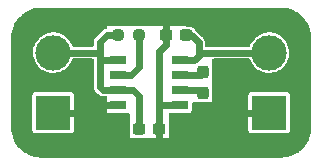
<source format=gbr>
%TF.GenerationSoftware,KiCad,Pcbnew,(6.0.7)*%
%TF.CreationDate,2023-03-26T16:07:27+02:00*%
%TF.ProjectId,MAX682 Test,4d415836-3832-4205-9465-73742e6b6963,rev?*%
%TF.SameCoordinates,PX46bb6c0PY6638f20*%
%TF.FileFunction,Copper,L1,Top*%
%TF.FilePolarity,Positive*%
%FSLAX46Y46*%
G04 Gerber Fmt 4.6, Leading zero omitted, Abs format (unit mm)*
G04 Created by KiCad (PCBNEW (6.0.7)) date 2023-03-26 16:07:27*
%MOMM*%
%LPD*%
G01*
G04 APERTURE LIST*
G04 Aperture macros list*
%AMRoundRect*
0 Rectangle with rounded corners*
0 $1 Rounding radius*
0 $2 $3 $4 $5 $6 $7 $8 $9 X,Y pos of 4 corners*
0 Add a 4 corners polygon primitive as box body*
4,1,4,$2,$3,$4,$5,$6,$7,$8,$9,$2,$3,0*
0 Add four circle primitives for the rounded corners*
1,1,$1+$1,$2,$3*
1,1,$1+$1,$4,$5*
1,1,$1+$1,$6,$7*
1,1,$1+$1,$8,$9*
0 Add four rect primitives between the rounded corners*
20,1,$1+$1,$2,$3,$4,$5,0*
20,1,$1+$1,$4,$5,$6,$7,0*
20,1,$1+$1,$6,$7,$8,$9,0*
20,1,$1+$1,$8,$9,$2,$3,0*%
G04 Aperture macros list end*
%TA.AperFunction,ComponentPad*%
%ADD10R,3.000000X3.000000*%
%TD*%
%TA.AperFunction,ComponentPad*%
%ADD11C,3.000000*%
%TD*%
%TA.AperFunction,SMDPad,CuDef*%
%ADD12RoundRect,0.237500X0.300000X0.237500X-0.300000X0.237500X-0.300000X-0.237500X0.300000X-0.237500X0*%
%TD*%
%TA.AperFunction,SMDPad,CuDef*%
%ADD13RoundRect,0.237500X-0.250000X-0.237500X0.250000X-0.237500X0.250000X0.237500X-0.250000X0.237500X0*%
%TD*%
%TA.AperFunction,SMDPad,CuDef*%
%ADD14R,1.450000X0.800000*%
%TD*%
%TA.AperFunction,SMDPad,CuDef*%
%ADD15RoundRect,0.237500X0.237500X-0.300000X0.237500X0.300000X-0.237500X0.300000X-0.237500X-0.300000X0*%
%TD*%
%TA.AperFunction,Conductor*%
%ADD16C,0.600000*%
%TD*%
G04 APERTURE END LIST*
D10*
%TO.P,J2,1,Pin_1*%
%TO.N,GND*%
X21844000Y10160000D03*
D11*
%TO.P,J2,2,Pin_2*%
%TO.N,+5V*%
X21844000Y15240000D03*
%TD*%
D12*
%TO.P,C5,1*%
%TO.N,GND*%
X12546500Y8763000D03*
%TO.P,C5,2*%
%TO.N,+3V3*%
X10821500Y8763000D03*
%TD*%
D13*
%TO.P,R1,1*%
%TO.N,+3V3*%
X9009000Y16764000D03*
%TO.P,R1,2*%
%TO.N,Net-(R1-Pad2)*%
X10834000Y16764000D03*
%TD*%
D14*
%TO.P,U2,1,SKIP*%
%TO.N,+3V3*%
X9059000Y14605000D03*
%TO.P,U2,2,SHDN*%
%TO.N,Net-(R1-Pad2)*%
X9059000Y13335000D03*
%TO.P,U2,3,IN*%
%TO.N,+3V3*%
X9059000Y12065000D03*
%TO.P,U2,4,GND*%
%TO.N,GND*%
X9059000Y10795000D03*
%TO.P,U2,5,PGND*%
X14309000Y10795000D03*
%TO.P,U2,6,CXN*%
%TO.N,Net-(C6-Pad1)*%
X14309000Y12065000D03*
%TO.P,U2,7,CXP*%
%TO.N,Net-(C6-Pad2)*%
X14309000Y13335000D03*
%TO.P,U2,8,OUT*%
%TO.N,+5V*%
X14309000Y14605000D03*
%TD*%
D15*
%TO.P,C6,1*%
%TO.N,Net-(C6-Pad1)*%
X16256000Y11837500D03*
%TO.P,C6,2*%
%TO.N,Net-(C6-Pad2)*%
X16256000Y13562500D03*
%TD*%
D11*
%TO.P,J1,1,Pin_1*%
%TO.N,+3V3*%
X3556000Y15240000D03*
D10*
%TO.P,J1,2,Pin_2*%
%TO.N,GND*%
X3556000Y10160000D03*
%TD*%
D12*
%TO.P,C7,1*%
%TO.N,+5V*%
X14832500Y16764000D03*
%TO.P,C7,2*%
%TO.N,GND*%
X13107500Y16764000D03*
%TD*%
D16*
%TO.N,GND*%
X14309000Y10795000D02*
X12546500Y10795000D01*
X12546500Y15340500D02*
X12546500Y10006500D01*
X13107500Y15901500D02*
X12546500Y15340500D01*
X13107500Y16764000D02*
X13107500Y15901500D01*
X13107500Y16764000D02*
X13107500Y18081500D01*
%TO.N,+5V*%
X15875000Y16129000D02*
X15875000Y14986000D01*
X15240000Y16764000D02*
X15875000Y16129000D01*
X15875000Y14986000D02*
X15494000Y14605000D01*
X15494000Y14605000D02*
X14309000Y14605000D01*
X14832500Y16764000D02*
X15240000Y16764000D01*
%TO.N,Net-(R1-Pad2)*%
X10834000Y14009000D02*
X10834000Y16764000D01*
X10160000Y13335000D02*
X10834000Y14009000D01*
X9059000Y13335000D02*
X10160000Y13335000D01*
%TO.N,GND*%
X12546500Y8763000D02*
X12546500Y10006500D01*
X12546500Y8763000D02*
X12546500Y7773500D01*
X12546500Y7773500D02*
X12700000Y7620000D01*
X12700000Y7620000D02*
X16510000Y7620000D01*
X8890000Y7620000D02*
X12700000Y7620000D01*
X16510000Y7620000D02*
X19050000Y10160000D01*
X19050000Y10160000D02*
X21844000Y10160000D01*
X6350000Y10160000D02*
X8890000Y7620000D01*
X6985000Y10795000D02*
X9059000Y10795000D01*
X6350000Y10160000D02*
X6985000Y10795000D01*
X3556000Y10160000D02*
X6350000Y10160000D01*
%TO.N,+5V*%
X21844000Y15240000D02*
X15875000Y15240000D01*
%TO.N,+3V3*%
X8128000Y16764000D02*
X7493000Y16129000D01*
X7747000Y12065000D02*
X7493000Y12319000D01*
X9059000Y12065000D02*
X7747000Y12065000D01*
X10821500Y11530500D02*
X10821500Y8763000D01*
X3556000Y15240000D02*
X7493000Y15240000D01*
X9009000Y16764000D02*
X8128000Y16764000D01*
X10287000Y12065000D02*
X10821500Y11530500D01*
X9059000Y12065000D02*
X10287000Y12065000D01*
X7493000Y12319000D02*
X7493000Y14605000D01*
X7493000Y16129000D02*
X7493000Y14605000D01*
X9059000Y14605000D02*
X7493000Y14605000D01*
%TO.N,Net-(C6-Pad1)*%
X16036250Y12065000D02*
X16263750Y11837500D01*
X14309000Y12065000D02*
X16036250Y12065000D01*
%TO.N,Net-(C6-Pad2)*%
X14309000Y13335000D02*
X16036250Y13335000D01*
X16036250Y13335000D02*
X16263750Y13562500D01*
%TD*%
%TA.AperFunction,Conductor*%
%TO.N,GND*%
G36*
X22863522Y19048802D02*
G01*
X23090890Y19036033D01*
X23091433Y19036001D01*
X23139589Y19033088D01*
X23153086Y19031538D01*
X23327450Y19001913D01*
X23329058Y19001629D01*
X23431144Y18982920D01*
X23443312Y18980060D01*
X23602787Y18934117D01*
X23605376Y18933341D01*
X23663134Y18915343D01*
X23714786Y18899247D01*
X23725518Y18895361D01*
X23821765Y18855494D01*
X23874739Y18833552D01*
X23878219Y18832048D01*
X23986664Y18783241D01*
X23995894Y18778624D01*
X24135316Y18701568D01*
X24139501Y18699147D01*
X24243120Y18636508D01*
X24250824Y18631455D01*
X24379778Y18539956D01*
X24384557Y18536393D01*
X24480647Y18461111D01*
X24486877Y18455896D01*
X24604395Y18350875D01*
X24609530Y18346019D01*
X24696019Y18259530D01*
X24700875Y18254395D01*
X24805896Y18136877D01*
X24811111Y18130647D01*
X24886393Y18034557D01*
X24889956Y18029778D01*
X24981455Y17900824D01*
X24986508Y17893120D01*
X25049147Y17789501D01*
X25051578Y17785298D01*
X25128620Y17645901D01*
X25133241Y17636664D01*
X25182048Y17528219D01*
X25183558Y17524725D01*
X25245361Y17375518D01*
X25249247Y17364786D01*
X25283336Y17255392D01*
X25284117Y17252787D01*
X25330060Y17093312D01*
X25332920Y17081144D01*
X25351629Y16979058D01*
X25351913Y16977450D01*
X25381538Y16803086D01*
X25383088Y16789589D01*
X25386001Y16741433D01*
X25386033Y16740890D01*
X25398802Y16513522D01*
X25399000Y16506457D01*
X25399000Y8893543D01*
X25398802Y8886478D01*
X25386033Y8659110D01*
X25386001Y8658567D01*
X25383088Y8610411D01*
X25381538Y8596914D01*
X25351913Y8422550D01*
X25351629Y8420942D01*
X25332920Y8318856D01*
X25330060Y8306688D01*
X25284117Y8147213D01*
X25283336Y8144608D01*
X25249247Y8035214D01*
X25245361Y8024482D01*
X25183558Y7875275D01*
X25182048Y7871781D01*
X25133241Y7763336D01*
X25128620Y7754099D01*
X25051578Y7614702D01*
X25049147Y7610499D01*
X24986508Y7506880D01*
X24981455Y7499176D01*
X24889956Y7370222D01*
X24886393Y7365443D01*
X24811111Y7269353D01*
X24805896Y7263123D01*
X24700875Y7145605D01*
X24696019Y7140470D01*
X24609530Y7053981D01*
X24604395Y7049125D01*
X24486877Y6944104D01*
X24480647Y6938889D01*
X24384557Y6863607D01*
X24379778Y6860044D01*
X24250824Y6768545D01*
X24243120Y6763492D01*
X24139501Y6700853D01*
X24135316Y6698432D01*
X23995894Y6621376D01*
X23986664Y6616759D01*
X23878219Y6567952D01*
X23874739Y6566448D01*
X23821765Y6544506D01*
X23725518Y6504639D01*
X23714786Y6500753D01*
X23663134Y6484657D01*
X23605376Y6466659D01*
X23602787Y6465883D01*
X23443312Y6419940D01*
X23431144Y6417080D01*
X23329058Y6398371D01*
X23327450Y6398087D01*
X23153086Y6368462D01*
X23139589Y6366912D01*
X23091433Y6363999D01*
X23090890Y6363967D01*
X22863522Y6351198D01*
X22856457Y6351000D01*
X2543543Y6351000D01*
X2536478Y6351198D01*
X2309110Y6363967D01*
X2308567Y6363999D01*
X2260411Y6366912D01*
X2246914Y6368462D01*
X2072550Y6398087D01*
X2070942Y6398371D01*
X1968856Y6417080D01*
X1956688Y6419940D01*
X1797213Y6465883D01*
X1794624Y6466659D01*
X1736866Y6484657D01*
X1685214Y6500753D01*
X1674482Y6504639D01*
X1578235Y6544506D01*
X1525261Y6566448D01*
X1521781Y6567952D01*
X1413336Y6616759D01*
X1404106Y6621376D01*
X1264684Y6698432D01*
X1260499Y6700853D01*
X1156880Y6763492D01*
X1149176Y6768545D01*
X1020222Y6860044D01*
X1015443Y6863607D01*
X919353Y6938889D01*
X913123Y6944104D01*
X795605Y7049125D01*
X790470Y7053981D01*
X703981Y7140470D01*
X699125Y7145605D01*
X594104Y7263123D01*
X588889Y7269353D01*
X513607Y7365443D01*
X510044Y7370222D01*
X418545Y7499176D01*
X413492Y7506880D01*
X350853Y7610499D01*
X348422Y7614702D01*
X271380Y7754099D01*
X266759Y7763336D01*
X217952Y7871781D01*
X216442Y7875275D01*
X154639Y8024482D01*
X150753Y8035214D01*
X116664Y8144608D01*
X115883Y8147213D01*
X69940Y8306688D01*
X67080Y8318856D01*
X48371Y8420942D01*
X48087Y8422550D01*
X18462Y8596914D01*
X16912Y8610411D01*
X13999Y8658567D01*
X13967Y8659110D01*
X1198Y8886478D01*
X1000Y8893543D01*
X1000Y11685067D01*
X1801500Y11685067D01*
X1801501Y8634934D01*
X1816266Y8560699D01*
X1872516Y8476516D01*
X1956699Y8420266D01*
X2030933Y8405500D01*
X3555753Y8405500D01*
X5081066Y8405501D01*
X5116818Y8412612D01*
X5143126Y8417844D01*
X5143128Y8417845D01*
X5155301Y8420266D01*
X5165621Y8427161D01*
X5165622Y8427162D01*
X5229168Y8469623D01*
X5239484Y8476516D01*
X5295734Y8560699D01*
X5310500Y8634933D01*
X5310499Y11685066D01*
X5295734Y11759301D01*
X5239484Y11843484D01*
X5155301Y11899734D01*
X5081067Y11914500D01*
X3556247Y11914500D01*
X2030934Y11914499D01*
X1995182Y11907388D01*
X1968874Y11902156D01*
X1968872Y11902155D01*
X1956699Y11899734D01*
X1946379Y11892839D01*
X1946378Y11892838D01*
X1885985Y11852484D01*
X1872516Y11843484D01*
X1816266Y11759301D01*
X1801500Y11685067D01*
X1000Y11685067D01*
X1000Y15284639D01*
X1851316Y15284639D01*
X1851540Y15279973D01*
X1851540Y15279967D01*
X1853309Y15243149D01*
X1863443Y15032180D01*
X1912752Y14784287D01*
X1914331Y14779889D01*
X1914333Y14779882D01*
X1974203Y14613131D01*
X1998160Y14546405D01*
X2117792Y14323760D01*
X2120587Y14320016D01*
X2120589Y14320014D01*
X2266226Y14124982D01*
X2266231Y14124976D01*
X2269018Y14121244D01*
X2272327Y14117964D01*
X2272332Y14117958D01*
X2445200Y13946592D01*
X2448517Y13943304D01*
X2452279Y13940546D01*
X2452282Y13940543D01*
X2648575Y13796616D01*
X2652346Y13793851D01*
X2656481Y13791675D01*
X2656485Y13791673D01*
X2773952Y13729871D01*
X2876026Y13676167D01*
X3114644Y13592838D01*
X3119237Y13591966D01*
X3358369Y13546565D01*
X3358372Y13546565D01*
X3362958Y13545694D01*
X3483081Y13540974D01*
X3610845Y13535954D01*
X3610850Y13535954D01*
X3615513Y13535771D01*
X3693657Y13544329D01*
X3862107Y13562777D01*
X3862112Y13562778D01*
X3866760Y13563287D01*
X3984861Y13594380D01*
X4106658Y13626446D01*
X4106661Y13626447D01*
X4111181Y13627637D01*
X4343405Y13727409D01*
X4450774Y13793851D01*
X4554358Y13857950D01*
X4554362Y13857953D01*
X4558331Y13860409D01*
X4652989Y13940543D01*
X4747672Y14020698D01*
X4747673Y14020699D01*
X4751238Y14023717D01*
X4833886Y14117958D01*
X4914806Y14210229D01*
X4914810Y14210234D01*
X4917888Y14213744D01*
X4988653Y14323760D01*
X5052094Y14422390D01*
X5052096Y14422393D01*
X5054619Y14426316D01*
X5138939Y14613500D01*
X5156506Y14652497D01*
X5156507Y14652499D01*
X5158428Y14656764D01*
X5158619Y14657441D01*
X5200096Y14713769D01*
X5266418Y14739104D01*
X5276399Y14739500D01*
X6866500Y14739500D01*
X6934621Y14719498D01*
X6981114Y14665842D01*
X6992498Y14612731D01*
X6992031Y14536376D01*
X6992411Y14535048D01*
X6992500Y14533737D01*
X6992500Y12389181D01*
X6991172Y12377296D01*
X6991682Y12377255D01*
X6990962Y12368309D01*
X6988981Y12359553D01*
X6989537Y12350593D01*
X6992258Y12306736D01*
X6992500Y12298933D01*
X6992500Y12283060D01*
X6993135Y12278626D01*
X6993948Y12272950D01*
X6994978Y12262894D01*
X6997859Y12216462D01*
X7000907Y12208018D01*
X7001676Y12204306D01*
X7005343Y12189601D01*
X7006404Y12185973D01*
X7007677Y12177082D01*
X7026939Y12134718D01*
X7030746Y12125363D01*
X7043491Y12090057D01*
X7043493Y12090053D01*
X7046540Y12081613D01*
X7051835Y12074365D01*
X7053611Y12071025D01*
X7061274Y12057911D01*
X7063303Y12054739D01*
X7067016Y12046572D01*
X7072871Y12039777D01*
X7072873Y12039774D01*
X7097387Y12011325D01*
X7103675Y12003405D01*
X7111522Y11992664D01*
X7122265Y11981921D01*
X7128623Y11975075D01*
X7160600Y11937963D01*
X7168134Y11933080D01*
X7174896Y11927181D01*
X7174892Y11927176D01*
X7185986Y11918200D01*
X7343466Y11760720D01*
X7350932Y11751376D01*
X7351322Y11751708D01*
X7357140Y11744872D01*
X7361930Y11737280D01*
X7368658Y11731338D01*
X7368659Y11731337D01*
X7401600Y11702245D01*
X7407288Y11696898D01*
X7418506Y11685680D01*
X7422094Y11682991D01*
X7422095Y11682990D01*
X7426684Y11679550D01*
X7434523Y11673168D01*
X7469388Y11642377D01*
X7477511Y11638563D01*
X7480664Y11636492D01*
X7493676Y11628673D01*
X7496994Y11626857D01*
X7504176Y11621474D01*
X7547741Y11605142D01*
X7557050Y11601220D01*
X7599163Y11581447D01*
X7608036Y11580065D01*
X7611658Y11578958D01*
X7626328Y11575109D01*
X7630017Y11574298D01*
X7638419Y11571148D01*
X7647364Y11570483D01*
X7647374Y11570481D01*
X7684828Y11567698D01*
X7694855Y11566548D01*
X7708009Y11564500D01*
X7723203Y11564500D01*
X7732541Y11564154D01*
X7781391Y11560524D01*
X7790167Y11562397D01*
X7799124Y11563008D01*
X7799124Y11563002D01*
X7813317Y11564500D01*
X8001988Y11564500D01*
X8070109Y11544498D01*
X8116602Y11490842D01*
X8127988Y11438500D01*
X8127988Y11382992D01*
X8106753Y11312990D01*
X8101160Y11304620D01*
X8101158Y11304616D01*
X8094266Y11294301D01*
X8079500Y11220067D01*
X8079501Y10369934D01*
X8094266Y10295699D01*
X8101160Y10285382D01*
X8101161Y10285379D01*
X8106767Y10276989D01*
X8128001Y10206991D01*
X8128002Y10149998D01*
X8248773Y10149998D01*
X8273353Y10147577D01*
X8308933Y10140500D01*
X9058939Y10140500D01*
X9809066Y10140501D01*
X9815132Y10141707D01*
X9815137Y10141708D01*
X9844652Y10147579D01*
X9869232Y10150000D01*
X9907002Y10150000D01*
X9975123Y10129998D01*
X10021616Y10076342D01*
X10033002Y10024001D01*
X10033000Y8001000D01*
X13335000Y8001000D01*
X13335000Y8439887D01*
X13335737Y8453494D01*
X13338131Y8475531D01*
X13338131Y8475535D01*
X13338500Y8478930D01*
X13338500Y9047070D01*
X13335737Y9072506D01*
X13335000Y9086113D01*
X13335000Y10031512D01*
X13355002Y10099633D01*
X13408658Y10146126D01*
X13485580Y10155091D01*
X13558933Y10140500D01*
X14308878Y10140500D01*
X15059066Y10140501D01*
X15133301Y10155266D01*
X15133543Y10154049D01*
X15163464Y10160000D01*
X15240000Y10160000D01*
X15240000Y10206991D01*
X15261235Y10276993D01*
X15266839Y10285380D01*
X15273734Y10295699D01*
X15288500Y10369933D01*
X15288499Y10923001D01*
X15308501Y10991121D01*
X15362157Y11037614D01*
X15414499Y11049000D01*
X17018000Y11049000D01*
X17018000Y11685067D01*
X20089500Y11685067D01*
X20089501Y8634934D01*
X20104266Y8560699D01*
X20160516Y8476516D01*
X20244699Y8420266D01*
X20318933Y8405500D01*
X21843753Y8405500D01*
X23369066Y8405501D01*
X23404818Y8412612D01*
X23431126Y8417844D01*
X23431128Y8417845D01*
X23443301Y8420266D01*
X23453621Y8427161D01*
X23453622Y8427162D01*
X23517168Y8469623D01*
X23527484Y8476516D01*
X23583734Y8560699D01*
X23598500Y8634933D01*
X23598499Y11685066D01*
X23583734Y11759301D01*
X23527484Y11843484D01*
X23443301Y11899734D01*
X23369067Y11914500D01*
X21844247Y11914500D01*
X20318934Y11914499D01*
X20283182Y11907388D01*
X20256874Y11902156D01*
X20256872Y11902155D01*
X20244699Y11899734D01*
X20234379Y11892839D01*
X20234378Y11892838D01*
X20173985Y11852484D01*
X20160516Y11843484D01*
X20104266Y11759301D01*
X20089500Y11685067D01*
X17018000Y11685067D01*
X17018000Y14613500D01*
X17038002Y14681621D01*
X17091658Y14728114D01*
X17144000Y14739500D01*
X20128196Y14739500D01*
X20196317Y14719498D01*
X20242810Y14665842D01*
X20246783Y14656080D01*
X20286160Y14546405D01*
X20405792Y14323760D01*
X20408587Y14320016D01*
X20408589Y14320014D01*
X20554226Y14124982D01*
X20554231Y14124976D01*
X20557018Y14121244D01*
X20560327Y14117964D01*
X20560332Y14117958D01*
X20733200Y13946592D01*
X20736517Y13943304D01*
X20740279Y13940546D01*
X20740282Y13940543D01*
X20936575Y13796616D01*
X20940346Y13793851D01*
X20944481Y13791675D01*
X20944485Y13791673D01*
X21061952Y13729871D01*
X21164026Y13676167D01*
X21402644Y13592838D01*
X21407237Y13591966D01*
X21646369Y13546565D01*
X21646372Y13546565D01*
X21650958Y13545694D01*
X21771081Y13540974D01*
X21898845Y13535954D01*
X21898850Y13535954D01*
X21903513Y13535771D01*
X21981657Y13544329D01*
X22150107Y13562777D01*
X22150112Y13562778D01*
X22154760Y13563287D01*
X22272861Y13594380D01*
X22394658Y13626446D01*
X22394661Y13626447D01*
X22399181Y13627637D01*
X22631405Y13727409D01*
X22738774Y13793851D01*
X22842358Y13857950D01*
X22842362Y13857953D01*
X22846331Y13860409D01*
X22940989Y13940543D01*
X23035672Y14020698D01*
X23035673Y14020699D01*
X23039238Y14023717D01*
X23121886Y14117958D01*
X23202806Y14210229D01*
X23202810Y14210234D01*
X23205888Y14213744D01*
X23276653Y14323760D01*
X23340094Y14422390D01*
X23340096Y14422393D01*
X23342619Y14426316D01*
X23446428Y14656764D01*
X23515034Y14900024D01*
X23531263Y15027591D01*
X23546533Y15147622D01*
X23546533Y15147628D01*
X23546931Y15150753D01*
X23549268Y15240000D01*
X23530537Y15492055D01*
X23474756Y15738572D01*
X23473063Y15742926D01*
X23384843Y15969784D01*
X23384842Y15969786D01*
X23383150Y15974137D01*
X23257731Y16193574D01*
X23179493Y16292818D01*
X23104147Y16388394D01*
X23104144Y16388397D01*
X23101255Y16392062D01*
X22917160Y16565242D01*
X22709489Y16709309D01*
X22705296Y16711377D01*
X22486993Y16819032D01*
X22486990Y16819033D01*
X22482805Y16821097D01*
X22438379Y16835318D01*
X22386403Y16851955D01*
X22242087Y16898151D01*
X22237480Y16898901D01*
X22237477Y16898902D01*
X21997235Y16938028D01*
X21997236Y16938028D01*
X21992624Y16938779D01*
X21870026Y16940384D01*
X21744573Y16942026D01*
X21744570Y16942026D01*
X21739896Y16942087D01*
X21489455Y16908004D01*
X21484965Y16906695D01*
X21484959Y16906694D01*
X21381851Y16876640D01*
X21246803Y16837277D01*
X21242556Y16835319D01*
X21242553Y16835318D01*
X21207226Y16819032D01*
X21017270Y16731461D01*
X21013361Y16728898D01*
X20809812Y16595446D01*
X20809807Y16595442D01*
X20805899Y16592880D01*
X20774933Y16565242D01*
X20635178Y16440506D01*
X20617333Y16424579D01*
X20455715Y16230254D01*
X20324595Y16014175D01*
X20322786Y16009861D01*
X20322785Y16009859D01*
X20242237Y15817774D01*
X20197448Y15762688D01*
X20126040Y15740500D01*
X16501500Y15740500D01*
X16433379Y15760502D01*
X16386886Y15814158D01*
X16375500Y15866500D01*
X16375500Y16058819D01*
X16376828Y16070704D01*
X16376318Y16070745D01*
X16377038Y16079691D01*
X16379019Y16088447D01*
X16375742Y16141264D01*
X16375500Y16149067D01*
X16375500Y16164940D01*
X16374052Y16175052D01*
X16373022Y16185106D01*
X16370697Y16222575D01*
X16370141Y16231538D01*
X16367093Y16239982D01*
X16366324Y16243694D01*
X16362657Y16258399D01*
X16361596Y16262027D01*
X16360323Y16270918D01*
X16341061Y16313282D01*
X16337254Y16322637D01*
X16324509Y16357943D01*
X16324507Y16357947D01*
X16321460Y16366387D01*
X16316165Y16373635D01*
X16314389Y16376975D01*
X16306726Y16390089D01*
X16304697Y16393261D01*
X16300984Y16401428D01*
X16295129Y16408223D01*
X16295127Y16408226D01*
X16270613Y16436675D01*
X16264324Y16444596D01*
X16259352Y16451402D01*
X16256478Y16455336D01*
X16245735Y16466079D01*
X16239377Y16472926D01*
X16213259Y16503237D01*
X16207400Y16510037D01*
X16199866Y16514920D01*
X16193104Y16520819D01*
X16193108Y16520824D01*
X16182014Y16529800D01*
X15643534Y17068280D01*
X15636068Y17077624D01*
X15635678Y17077292D01*
X15629860Y17084128D01*
X15625070Y17091720D01*
X15585399Y17126756D01*
X15579712Y17132102D01*
X15568494Y17143320D01*
X15564909Y17146007D01*
X15562984Y17147676D01*
X15532708Y17192206D01*
X15531488Y17191560D01*
X15527081Y17199883D01*
X15523961Y17208768D01*
X15508230Y17230067D01*
X15451303Y17307140D01*
X15445711Y17314711D01*
X15397172Y17350562D01*
X15347345Y17387365D01*
X15347343Y17387366D01*
X15339768Y17392961D01*
X15330881Y17396082D01*
X15330879Y17396083D01*
X15222748Y17434056D01*
X15222746Y17434057D01*
X15215500Y17436601D01*
X15207856Y17437324D01*
X15207854Y17437324D01*
X15199879Y17438078D01*
X15184833Y17439500D01*
X15173455Y17439500D01*
X14846908Y17439499D01*
X14778789Y17459501D01*
X14732296Y17513156D01*
X14731920Y17514163D01*
X14731920Y17528000D01*
X14718364Y17527996D01*
X14718363Y17527996D01*
X13518344Y17527632D01*
X8127920Y17525998D01*
X8127922Y17396083D01*
X8127922Y17381642D01*
X8107921Y17313521D01*
X8054266Y17267027D01*
X8031272Y17259501D01*
X8025462Y17259141D01*
X8017019Y17256093D01*
X8013310Y17255325D01*
X7998601Y17251657D01*
X7994973Y17250596D01*
X7986082Y17249323D01*
X7943718Y17230061D01*
X7934363Y17226254D01*
X7899057Y17213509D01*
X7899053Y17213507D01*
X7890613Y17210460D01*
X7883365Y17205165D01*
X7880025Y17203389D01*
X7866911Y17195726D01*
X7863739Y17193697D01*
X7855572Y17189984D01*
X7848777Y17184129D01*
X7848774Y17184127D01*
X7820325Y17159613D01*
X7812405Y17153325D01*
X7801664Y17145478D01*
X7790921Y17134735D01*
X7784075Y17128377D01*
X7746963Y17096400D01*
X7742080Y17088866D01*
X7736181Y17082104D01*
X7736176Y17082108D01*
X7727200Y17071014D01*
X7188720Y16532534D01*
X7179376Y16525068D01*
X7179708Y16524678D01*
X7172872Y16518860D01*
X7165280Y16514070D01*
X7159338Y16507342D01*
X7159337Y16507341D01*
X7130245Y16474400D01*
X7124898Y16468712D01*
X7113680Y16457494D01*
X7110991Y16453906D01*
X7110990Y16453905D01*
X7107550Y16449316D01*
X7101168Y16441477D01*
X7086245Y16424579D01*
X7070377Y16406612D01*
X7066563Y16398489D01*
X7064492Y16395336D01*
X7056673Y16382324D01*
X7054856Y16379005D01*
X7049474Y16371824D01*
X7046325Y16363423D01*
X7046324Y16363422D01*
X7033144Y16328264D01*
X7029217Y16318947D01*
X7013263Y16284966D01*
X7013262Y16284963D01*
X7009447Y16276837D01*
X7008065Y16267963D01*
X7006961Y16264350D01*
X7003115Y16249693D01*
X7002301Y16245990D01*
X6999148Y16237580D01*
X6995698Y16191157D01*
X6994548Y16181144D01*
X6992500Y16167991D01*
X6992500Y16152796D01*
X6992154Y16143459D01*
X6988524Y16094608D01*
X6990397Y16085832D01*
X6991008Y16076875D01*
X6991002Y16076875D01*
X6992500Y16062682D01*
X6992500Y15866500D01*
X6972498Y15798379D01*
X6918842Y15751886D01*
X6866500Y15740500D01*
X5272199Y15740500D01*
X5204078Y15760502D01*
X5157585Y15814158D01*
X5154766Y15820833D01*
X5137008Y15866500D01*
X5115547Y15921686D01*
X5096843Y15969784D01*
X5096842Y15969786D01*
X5095150Y15974137D01*
X4969731Y16193574D01*
X4891493Y16292818D01*
X4816147Y16388394D01*
X4816144Y16388397D01*
X4813255Y16392062D01*
X4629160Y16565242D01*
X4421489Y16709309D01*
X4417296Y16711377D01*
X4198993Y16819032D01*
X4198990Y16819033D01*
X4194805Y16821097D01*
X4150379Y16835318D01*
X4098403Y16851955D01*
X3954087Y16898151D01*
X3949480Y16898901D01*
X3949477Y16898902D01*
X3709235Y16938028D01*
X3709236Y16938028D01*
X3704624Y16938779D01*
X3582026Y16940384D01*
X3456573Y16942026D01*
X3456570Y16942026D01*
X3451896Y16942087D01*
X3201455Y16908004D01*
X3196965Y16906695D01*
X3196959Y16906694D01*
X3093851Y16876640D01*
X2958803Y16837277D01*
X2954556Y16835319D01*
X2954553Y16835318D01*
X2919226Y16819032D01*
X2729270Y16731461D01*
X2725361Y16728898D01*
X2521812Y16595446D01*
X2521807Y16595442D01*
X2517899Y16592880D01*
X2486933Y16565242D01*
X2347178Y16440506D01*
X2329333Y16424579D01*
X2167715Y16230254D01*
X2036595Y16014175D01*
X2034786Y16009861D01*
X2034785Y16009859D01*
X1974670Y15866500D01*
X1938854Y15781089D01*
X1937703Y15776557D01*
X1937702Y15776554D01*
X1931437Y15751886D01*
X1876639Y15536117D01*
X1851316Y15284639D01*
X1000Y15284639D01*
X1000Y16506457D01*
X1198Y16513522D01*
X13967Y16740890D01*
X13999Y16741433D01*
X16912Y16789589D01*
X18462Y16803086D01*
X48087Y16977450D01*
X48371Y16979058D01*
X67080Y17081144D01*
X69940Y17093312D01*
X115883Y17252787D01*
X116664Y17255392D01*
X150753Y17364786D01*
X154639Y17375518D01*
X216442Y17524725D01*
X217952Y17528219D01*
X266759Y17636664D01*
X271380Y17645901D01*
X348422Y17785298D01*
X350853Y17789501D01*
X413492Y17893120D01*
X418545Y17900824D01*
X510044Y18029778D01*
X513607Y18034557D01*
X588889Y18130647D01*
X594104Y18136877D01*
X699125Y18254395D01*
X703981Y18259530D01*
X790470Y18346019D01*
X795605Y18350875D01*
X913123Y18455896D01*
X919353Y18461111D01*
X1015443Y18536393D01*
X1020222Y18539956D01*
X1149176Y18631455D01*
X1156880Y18636508D01*
X1260499Y18699147D01*
X1264684Y18701568D01*
X1404106Y18778624D01*
X1413336Y18783241D01*
X1521781Y18832048D01*
X1525261Y18833552D01*
X1578235Y18855494D01*
X1674482Y18895361D01*
X1685214Y18899247D01*
X1736866Y18915343D01*
X1794624Y18933341D01*
X1797213Y18934117D01*
X1956688Y18980060D01*
X1968856Y18982920D01*
X2070942Y19001629D01*
X2072550Y19001913D01*
X2246914Y19031538D01*
X2260411Y19033088D01*
X2308567Y19036001D01*
X2309110Y19036033D01*
X2536478Y19048802D01*
X2543543Y19049000D01*
X22856457Y19049000D01*
X22863522Y19048802D01*
G37*
%TD.AperFunction*%
%TD*%
M02*

</source>
